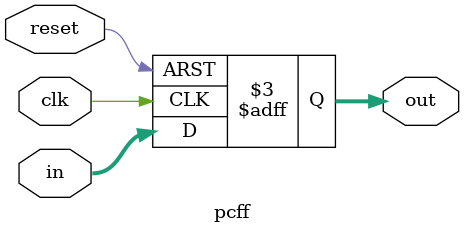
<source format=v>
module Project6(ibus,clk,abus,bbus,dbus,Databus,reset,iaddrbus);
input [31:0]ibus;
input clk,reset;
output [31:0] iaddrbus;
output [31:0] abus,bbus,dbus;
inout [31:0] Databus;

wire [31:0] Aselect,Bselect,Dselect,Immbus,Immbus1,abus0,bbus0,bbus1,bbus2,Dselect0,Dselect1,Dselect3,Dselect4,ibus0,dbus0,dbus1,dbus2,dbus3,LWbus,SWbus,Dselect2,LWbus1,pc,pc0,pc1,pc2,shift;
wire [2:0] S,S0;
wire Imm,Cin,V,Cout,Imm0,Cin0,LW0,SW0,LW,SW,LW1,SW1,LW2,BEQ,BNE,BEQ1,BNE1,BEQ2,BNE2,Branch0,Branch1,DEN,reset1,reset2;
reg Zero;
wire v1,cout1,v2,cout2;

//module ff1bit(clk,in,out);
ff1bit ff1bit1(clk,reset,reset1);
ff1bit ff1bit2(clk,reset1,reset2);
//module pcff(clk,reset,in,out);
pcff pcff0(clk,reset2,pc,iaddrbus);

//module project2b(a,b,d,S,V,Cin,Cout);
project2b pcadd1(32'd4,iaddrbus,pc0,3'b010,v1,1'b0,cout1);

ff32 pcff1(clk,pc0,pc1);

assign shift= Immbus<<2;

//module project2b(a,b,d,S,V,Cin,Cout);
project2b pcadd2(shift,pc1,pc2,3'b010,v2,1'b0,cout2);

mux2to1x32 mux0(pc0,pc2,Branch1,pc);

//module ff32(clk,in,out);
ff32 ifid1(clk,ibus,ibus0);
//module op(ibus,Imm,Cin,S,LW,SW,BEQ,BNE);
op d1(ibus0,Imm0,Cin0,S0,LW0,SW0,BEQ,BNE);

//decoder5to32(in,out); 
decoder5to32 b1(ibus0[25:21],Aselect);
decoder5to32 b2(ibus0[20:16],Bselect);
decoder5to32 b3(ibus0[15:11],Dselect0);

//module signExt(in,out);0
signExt se1(ibus0[15:0],Immbus);

//module mux2to1x32(bbus0,Immbus,Imm,bbus);
mux2to1x32 mux2(Dselect0,Bselect,Imm0,Dselect1);

//module Project4(Aselect,Bselect,Dselect,clk,abus,bbus,dbus);
Project4 RegFile1(Aselect,Bselect,Dselect4,clk,abus0,bbus0,dbus3);

assign Branch0 = (BEQ & Zero)|(BNE&~Zero);

//module ff1bit(clk,in,out);
ff1bit br1(clk,Branch0,Branch1);
ff1bit br2(clk,BEQ,BEQ1);
ff1bit br3(clk,BEQ1,BEQ2);
ff1bit br4(clk,BNE,BNE1);
ff1bit br5(clk,BNE1,BNE2);


//module ff5(clk,Iin,Sin,Cin,LWin,SWin,Iout,Sout,Cout,LWout,SWout);
ff5 walls(clk,Imm0,S0,Cin0,LW0,SW0,Imm,S,Cin,LW,SW);
//module ff32(clk,in,out);
ff32 walld(clk,Dselect1,Dselect2);
//module ff32(clk,in,out);
ff32 walla(clk,abus0,abus);
//module ff32(clk,in,out);
ff32 wallb(clk,bbus0,bbus1);
//module ff32(clk,in,out);
ff32 wallimm(clk,Immbus,Immbus1);

//module mux2to1x32(bbus0,Immbus,Imm,bbus);
mux2to1x32 mux1(bbus1,Immbus1,Imm,bbus);

//module project2b(a,b,d,S,V,Cin,Cout);
project2b alu1(abus,bbus,dbus0,S,V,Cin,Cout);

//module ff32(clk,in,out);
ff32 ff2(clk,dbus0,dbus);

//module ff32(clk,in,out);
ff32 ff5(clk,bbus1,SWbus);

//module fflw(clk,LWin,LWout);
fflw exmem2(clk,SW,SW1);
fflw exmem3(clk,LW,LW1);
//tristate(enable,inbus,outbus)
tristate ts1(SW1,SWbus,Databus);
tristate tl1(LW1,Databus,LWbus);

//module ff32(clk,in,out);
ff32 exmem1(clk,Dselect2,Dselect3);
assign DEN = SW1|BEQ2|BNE2;
mux2to1x32 mux3(Dselect3,32'b0,DEN,Dselect4);

ff32 ff3(clk,dbus,dbus1);
ff32 ff4(clk,LWbus,LWbus1);
//module fflw(clk,LWin,LWout);
fflw memwb1(clk,LW1,LW2);
mux2to1x32 mux4(dbus1,LWbus1,LW2,dbus3);
always @(*)
begin
if (abus0==bbus0)begin Zero=1; end
else begin Zero = 0; end
end
endmodule



module signExt(in,out);
input [15:0]in;
output reg [31:0]out;

always @(*)
begin 
if (in[15]==1'b1)
begin
out[31:16] = 16'hffff;
out[15:0] = in;
end
else if (in[15]==1'b0)
begin
out[31:16] = 16'h0000;
out[15:0] = in;
end
else
begin
out[31:16] = 16'h0000;
out[15:0] = in;
end
end
endmodule 


module mux2to1x32(bbus0,Immbus,Imm,bbus);
input Imm;
input [31:0]Immbus,bbus0;
output reg [31:0]bbus;

always@(*)
begin
case(Imm)
1'b0:bbus=bbus0;
1'b1:bbus=Immbus;
endcase
end
endmodule 

module fflw(clk,LWin,LWout);
input clk,LWin;
output reg LWout;

always @ (posedge clk)
begin
LWout = LWin;
end
endmodule

module ff1bit(clk,in,out);
input clk,in;
output reg out;

always @ (posedge clk)
begin
out = in;
end
endmodule

module pcff(clk,reset,in,out);
input clk,reset;
input [31:0] in;
output reg [31:0] out;

always @ (posedge clk or posedge reset)
begin
if (reset == 1) begin out = 32'b0; end
else begin out = in; end
end
endmodule

</source>
